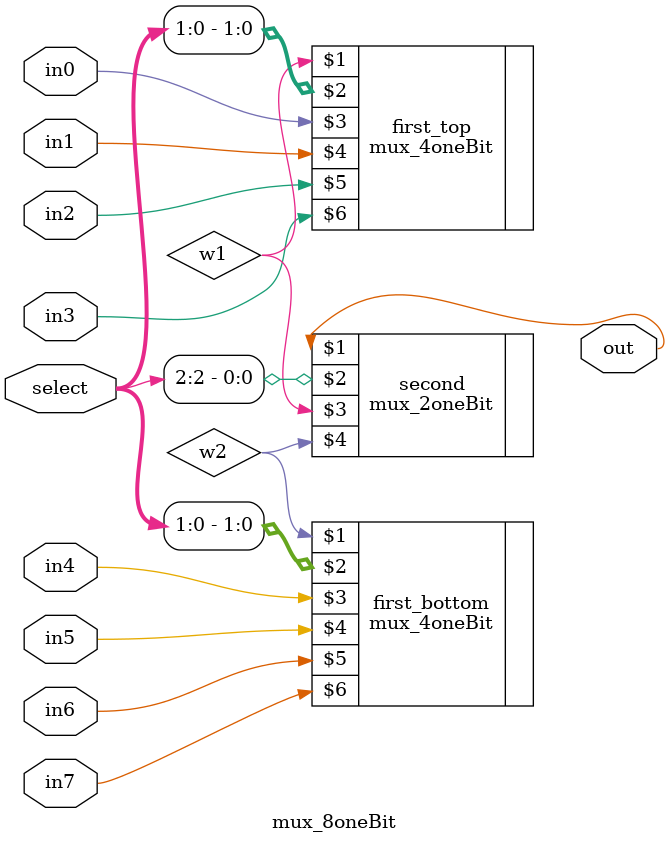
<source format=v>
module mux_8oneBit(out, select, in0, in1, in2, in3,in4,in5,in6,in7);
    input [2:0] select;
    input  in0, in1, in2, in3, in4, in5, in6, in7;
    output  out;
    wire  w1, w2;
    mux_4oneBit first_top(w1, select[1:0], in0, in1, in2, in3);
    mux_4oneBit first_bottom(w2, select[1:0], in4, in5, in6, in7);
    mux_2oneBit second(out, select[2], w1, w2);
endmodule
</source>
